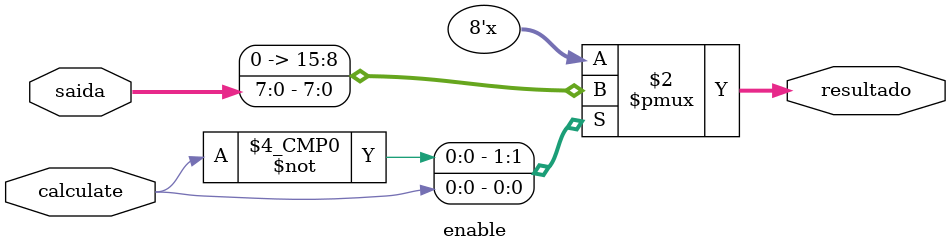
<source format=v>
module enable (input [7:0]saida, input calculate, output [7:0]resultado);

	always @(*) begin
	case (calculate) 
	
	0 : resultado = 7'b0000000;
	1 : resultado = saida;
	default: resultado = 7'b0000000;
	endcase
	end
	endmodule
	
</source>
